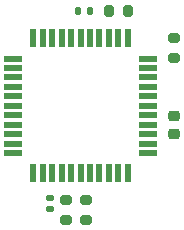
<source format=gbr>
%TF.GenerationSoftware,KiCad,Pcbnew,8.0.7*%
%TF.CreationDate,2025-01-23T07:46:30-08:00*%
%TF.ProjectId,plex-loader,706c6578-2d6c-46f6-9164-65722e6b6963,rev?*%
%TF.SameCoordinates,Original*%
%TF.FileFunction,Paste,Bot*%
%TF.FilePolarity,Positive*%
%FSLAX46Y46*%
G04 Gerber Fmt 4.6, Leading zero omitted, Abs format (unit mm)*
G04 Created by KiCad (PCBNEW 8.0.7) date 2025-01-23 07:46:30*
%MOMM*%
%LPD*%
G01*
G04 APERTURE LIST*
G04 Aperture macros list*
%AMRoundRect*
0 Rectangle with rounded corners*
0 $1 Rounding radius*
0 $2 $3 $4 $5 $6 $7 $8 $9 X,Y pos of 4 corners*
0 Add a 4 corners polygon primitive as box body*
4,1,4,$2,$3,$4,$5,$6,$7,$8,$9,$2,$3,0*
0 Add four circle primitives for the rounded corners*
1,1,$1+$1,$2,$3*
1,1,$1+$1,$4,$5*
1,1,$1+$1,$6,$7*
1,1,$1+$1,$8,$9*
0 Add four rect primitives between the rounded corners*
20,1,$1+$1,$2,$3,$4,$5,0*
20,1,$1+$1,$4,$5,$6,$7,0*
20,1,$1+$1,$6,$7,$8,$9,0*
20,1,$1+$1,$8,$9,$2,$3,0*%
G04 Aperture macros list end*
%ADD10R,1.500000X0.550000*%
%ADD11R,0.550000X1.500000*%
%ADD12RoundRect,0.140000X-0.140000X-0.170000X0.140000X-0.170000X0.140000X0.170000X-0.140000X0.170000X0*%
%ADD13RoundRect,0.225000X-0.250000X0.225000X-0.250000X-0.225000X0.250000X-0.225000X0.250000X0.225000X0*%
%ADD14RoundRect,0.200000X0.200000X0.275000X-0.200000X0.275000X-0.200000X-0.275000X0.200000X-0.275000X0*%
%ADD15RoundRect,0.200000X0.275000X-0.200000X0.275000X0.200000X-0.275000X0.200000X-0.275000X-0.200000X0*%
%ADD16RoundRect,0.140000X-0.170000X0.140000X-0.170000X-0.140000X0.170000X-0.140000X0.170000X0.140000X0*%
%ADD17RoundRect,0.200000X-0.275000X0.200000X-0.275000X-0.200000X0.275000X-0.200000X0.275000X0.200000X0*%
G04 APERTURE END LIST*
D10*
%TO.C,U4*%
X71300000Y-102000000D03*
X71300000Y-102800000D03*
X71300000Y-103600000D03*
X71300000Y-104400000D03*
X71300000Y-105200000D03*
X71300000Y-106000000D03*
X71300000Y-106800000D03*
X71300000Y-107600000D03*
X71300000Y-108400000D03*
X71300000Y-109200000D03*
X71300000Y-110000000D03*
D11*
X69600000Y-111700000D03*
X68800000Y-111700000D03*
X68000000Y-111700000D03*
X67200000Y-111700000D03*
X66400000Y-111700000D03*
X65600000Y-111700000D03*
X64800000Y-111700000D03*
X64000000Y-111700000D03*
X63200000Y-111700000D03*
X62400000Y-111700000D03*
X61600000Y-111700000D03*
D10*
X59900000Y-110000000D03*
X59900000Y-109200000D03*
X59900000Y-108400000D03*
X59900000Y-107600000D03*
X59900000Y-106800000D03*
X59900000Y-106000000D03*
X59900000Y-105200000D03*
X59900000Y-104400000D03*
X59900000Y-103600000D03*
X59900000Y-102800000D03*
X59900000Y-102000000D03*
D11*
X61600000Y-100300000D03*
X62400000Y-100300000D03*
X63200000Y-100300000D03*
X64000000Y-100300000D03*
X64800000Y-100300000D03*
X65600000Y-100300000D03*
X66400000Y-100300000D03*
X67200000Y-100300000D03*
X68000000Y-100300000D03*
X68800000Y-100300000D03*
X69600000Y-100300000D03*
%TD*%
D12*
%TO.C,C5*%
X65420000Y-98000000D03*
X66380000Y-98000000D03*
%TD*%
D13*
%TO.C,C6*%
X73500000Y-106825000D03*
X73500000Y-108375000D03*
%TD*%
D14*
%TO.C,R5*%
X69625000Y-98000000D03*
X67975000Y-98000000D03*
%TD*%
D15*
%TO.C,R2*%
X64400000Y-115650000D03*
X64400000Y-114000000D03*
%TD*%
%TO.C,R6*%
X73500000Y-101925000D03*
X73500000Y-100275000D03*
%TD*%
D16*
%TO.C,C4*%
X63035000Y-113775000D03*
X63035000Y-114735000D03*
%TD*%
D17*
%TO.C,R1*%
X66035000Y-114000000D03*
X66035000Y-115650000D03*
%TD*%
M02*

</source>
